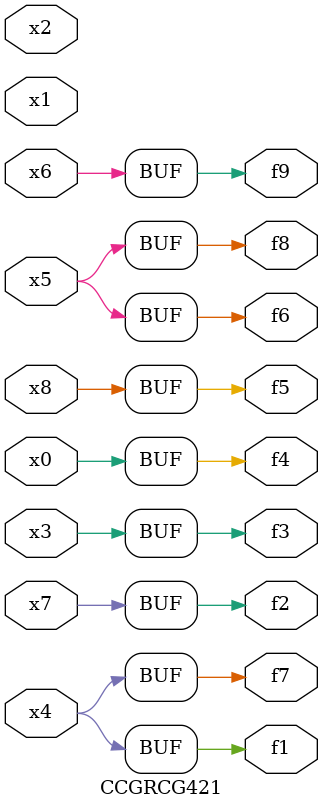
<source format=v>
module CCGRCG421(
	input x0, x1, x2, x3, x4, x5, x6, x7, x8,
	output f1, f2, f3, f4, f5, f6, f7, f8, f9
);
	assign f1 = x4;
	assign f2 = x7;
	assign f3 = x3;
	assign f4 = x0;
	assign f5 = x8;
	assign f6 = x5;
	assign f7 = x4;
	assign f8 = x5;
	assign f9 = x6;
endmodule

</source>
